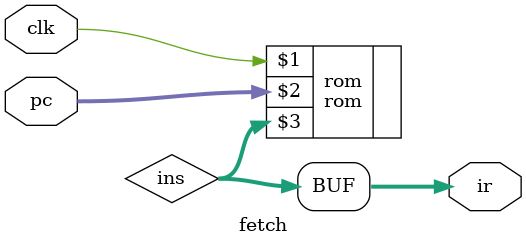
<source format=v>
`include "define.vh"

module fetch(
    clk,
    pc,
    ir
);
    input clk;
    input [31:0] pc;
    output [31:0] ir;
//    wire [4:0] pc_addr;
    wire [31:0] ins;
    
//    assign pc_addr = pc[4:0];

    rom rom(clk,pc,ins);
    assign ir = ins;
endmodule
</source>
